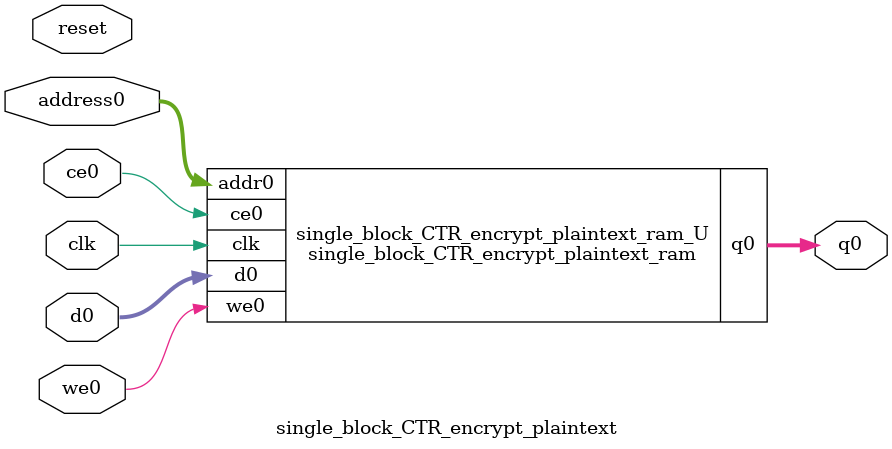
<source format=v>

`timescale 1 ns / 1 ps
module single_block_CTR_encrypt_plaintext_ram (addr0, ce0, d0, we0, q0,  clk);

parameter DWIDTH = 8;
parameter AWIDTH = 4;
parameter MEM_SIZE = 16;

input[AWIDTH-1:0] addr0;
input ce0;
input[DWIDTH-1:0] d0;
input we0;
output reg[DWIDTH-1:0] q0;
input clk;

(* ram_style = "distributed" *)reg [DWIDTH-1:0] ram[MEM_SIZE-1:0];




always @(posedge clk)  
begin 
    if (ce0) 
    begin
        if (we0) 
        begin 
            ram[addr0] <= d0; 
            q0 <= d0;
        end 
        else 
            q0 <= ram[addr0];
    end
end


endmodule


`timescale 1 ns / 1 ps
module single_block_CTR_encrypt_plaintext(
    reset,
    clk,
    address0,
    ce0,
    we0,
    d0,
    q0);

parameter DataWidth = 32'd8;
parameter AddressRange = 32'd16;
parameter AddressWidth = 32'd4;
input reset;
input clk;
input[AddressWidth - 1:0] address0;
input ce0;
input we0;
input[DataWidth - 1:0] d0;
output[DataWidth - 1:0] q0;



single_block_CTR_encrypt_plaintext_ram single_block_CTR_encrypt_plaintext_ram_U(
    .clk( clk ),
    .addr0( address0 ),
    .ce0( ce0 ),
    .d0( d0 ),
    .we0( we0 ),
    .q0( q0 ));

endmodule


</source>
